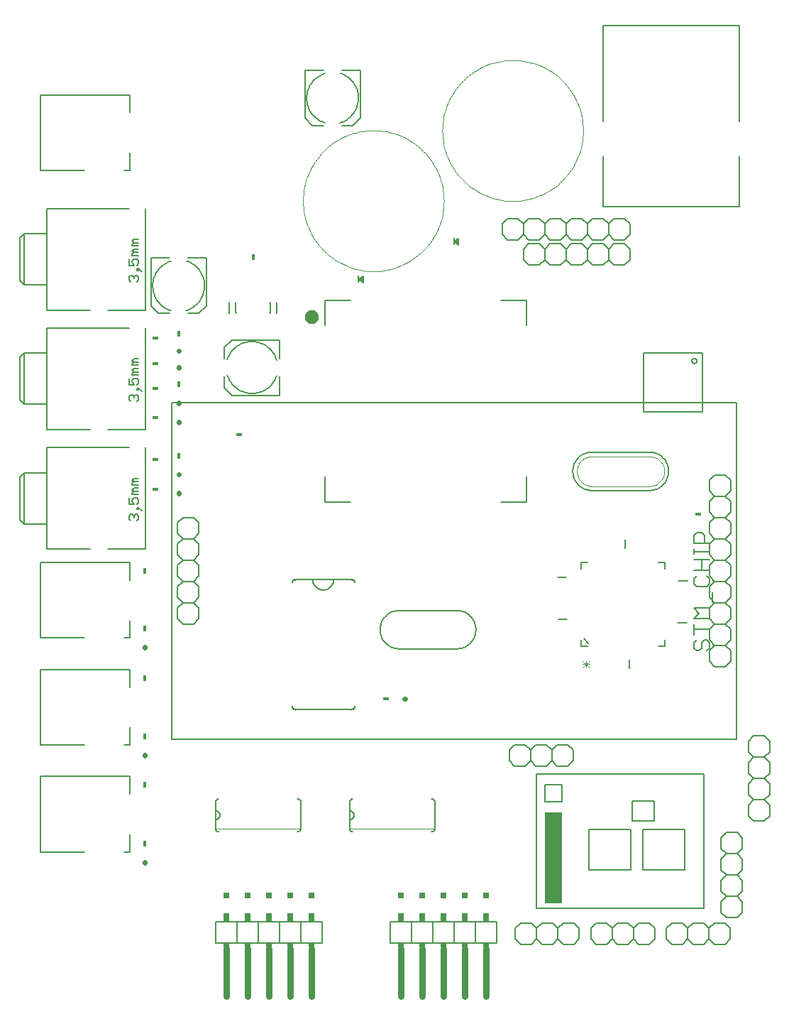
<source format=gto>
G75*
G70*
%OFA0B0*%
%FSLAX24Y24*%
%IPPOS*%
%LPD*%
%AMOC8*
5,1,8,0,0,1.08239X$1,22.5*
%
%ADD10C,0.0220*%
%ADD11C,0.0080*%
%ADD12C,0.0320*%
%ADD13C,0.0060*%
%ADD14C,0.0020*%
%ADD15C,0.0010*%
%ADD16R,0.0075X0.0350*%
%ADD17R,0.0180X0.0300*%
%ADD18R,0.0300X0.0180*%
%ADD19C,0.0030*%
%ADD20C,0.0050*%
%ADD21R,0.0787X0.4252*%
%ADD22C,0.0079*%
%ADD23C,0.0300*%
%ADD24R,0.0300X0.0200*%
%ADD25R,0.0300X0.0400*%
%ADD26R,0.0300X0.0300*%
%ADD27C,0.0039*%
D10*
X006602Y006531D02*
X006602Y006555D01*
X006602Y011551D02*
X006602Y011575D01*
X006602Y016620D02*
X006602Y016644D01*
X008177Y023854D02*
X008177Y023878D01*
X008177Y024740D02*
X008177Y024764D01*
X008177Y027201D02*
X008177Y027225D01*
X008177Y028086D02*
X008177Y028110D01*
X008177Y029760D02*
X008177Y029784D01*
X008177Y030547D02*
X008177Y030571D01*
X018795Y014220D02*
X018819Y014220D01*
D11*
X001681Y010579D02*
X001681Y007035D01*
X003768Y007035D01*
X005618Y007035D02*
X005894Y007035D01*
X005894Y007862D01*
X005894Y009752D02*
X005894Y010579D01*
X001681Y010579D01*
X001681Y012055D02*
X001681Y015598D01*
X005894Y015598D01*
X005894Y014772D01*
X005894Y012882D02*
X005894Y012055D01*
X005618Y012055D01*
X003768Y012055D02*
X001681Y012055D01*
X001681Y017075D02*
X001681Y020618D01*
X005894Y020618D01*
X005894Y019791D01*
X006607Y021251D02*
X004856Y021251D01*
X004006Y021251D02*
X001991Y021251D01*
X001991Y022430D01*
X001991Y024830D01*
X001991Y026009D01*
X005856Y026009D01*
X006606Y026009D02*
X006607Y026009D01*
X006607Y021251D01*
X005894Y017902D02*
X005894Y017075D01*
X005618Y017075D01*
X003768Y017075D02*
X001681Y017075D01*
X001991Y022430D02*
X000909Y022430D01*
X000909Y024830D01*
X000709Y024630D01*
X000709Y022630D01*
X000909Y022430D01*
X000909Y024830D02*
X001991Y024830D01*
X001991Y026861D02*
X004006Y026861D01*
X004856Y026861D02*
X006607Y026861D01*
X006607Y031619D01*
X006606Y031619D01*
X005856Y031619D02*
X001991Y031619D01*
X001991Y030440D01*
X001991Y028040D01*
X000909Y028040D01*
X000909Y030440D01*
X000709Y030240D01*
X000709Y028240D01*
X000909Y028040D01*
X001991Y028040D02*
X001991Y026861D01*
X001991Y030440D02*
X000909Y030440D01*
X001991Y032472D02*
X004006Y032472D01*
X004856Y032472D02*
X006607Y032472D01*
X006607Y037229D01*
X006606Y037229D01*
X005856Y037229D02*
X001991Y037229D01*
X001991Y036050D01*
X001991Y033650D01*
X000909Y033650D01*
X000909Y036050D01*
X000709Y035850D01*
X000709Y033850D01*
X000909Y033650D01*
X001991Y033650D02*
X001991Y032472D01*
X001991Y036050D02*
X000909Y036050D01*
X001681Y039024D02*
X001681Y042567D01*
X005894Y042567D01*
X005894Y041740D01*
X005894Y039850D02*
X005894Y039024D01*
X005618Y039024D01*
X003768Y039024D02*
X001681Y039024D01*
X006878Y034909D02*
X006878Y032665D01*
X007232Y032311D01*
X007744Y032311D01*
X008610Y032311D02*
X009122Y032311D01*
X009476Y032665D01*
X009476Y034909D01*
X008610Y034909D01*
X007744Y034909D02*
X006878Y034909D01*
X008551Y034771D02*
X008616Y034748D01*
X008679Y034722D01*
X008740Y034692D01*
X008800Y034658D01*
X008858Y034622D01*
X008914Y034582D01*
X008967Y034539D01*
X009018Y034493D01*
X009066Y034444D01*
X009111Y034393D01*
X009154Y034339D01*
X009193Y034283D01*
X009229Y034225D01*
X009262Y034164D01*
X009291Y034102D01*
X009317Y034039D01*
X009339Y033974D01*
X009358Y033908D01*
X009372Y033841D01*
X009383Y033774D01*
X009390Y033705D01*
X009394Y033637D01*
X009393Y033568D01*
X009389Y033500D01*
X009380Y033432D01*
X009368Y033365D01*
X009353Y033298D01*
X009333Y033232D01*
X009310Y033168D01*
X009283Y033105D01*
X009252Y033043D01*
X009219Y032984D01*
X009182Y032926D01*
X009141Y032871D01*
X009098Y032818D01*
X009052Y032767D01*
X009003Y032719D01*
X008951Y032674D01*
X008897Y032632D01*
X008841Y032593D01*
X008782Y032557D01*
X008722Y032525D01*
X008660Y032496D01*
X008596Y032470D01*
X008531Y032449D01*
X007803Y032449D02*
X007738Y032472D01*
X007675Y032498D01*
X007614Y032528D01*
X007554Y032562D01*
X007496Y032598D01*
X007440Y032638D01*
X007387Y032681D01*
X007336Y032727D01*
X007288Y032776D01*
X007243Y032827D01*
X007200Y032881D01*
X007161Y032937D01*
X007125Y032995D01*
X007092Y033056D01*
X007063Y033118D01*
X007037Y033181D01*
X007015Y033246D01*
X006996Y033312D01*
X006982Y033379D01*
X006971Y033446D01*
X006964Y033515D01*
X006960Y033583D01*
X006961Y033652D01*
X006965Y033720D01*
X006974Y033788D01*
X006986Y033855D01*
X007001Y033922D01*
X007021Y033988D01*
X007044Y034052D01*
X007071Y034115D01*
X007102Y034177D01*
X007135Y034236D01*
X007172Y034294D01*
X007213Y034349D01*
X007256Y034402D01*
X007302Y034453D01*
X007351Y034501D01*
X007403Y034546D01*
X007457Y034588D01*
X007513Y034627D01*
X007572Y034663D01*
X007632Y034695D01*
X007694Y034724D01*
X007758Y034750D01*
X007823Y034771D01*
X010677Y031071D02*
X010323Y030717D01*
X010323Y030205D01*
X010323Y029339D02*
X010323Y028827D01*
X010677Y028472D01*
X012921Y028472D01*
X012921Y029339D01*
X012921Y030205D02*
X012921Y031071D01*
X010677Y031071D01*
X010461Y030146D02*
X010484Y030211D01*
X010510Y030274D01*
X010540Y030335D01*
X010574Y030395D01*
X010610Y030453D01*
X010650Y030509D01*
X010693Y030562D01*
X010739Y030613D01*
X010788Y030661D01*
X010839Y030706D01*
X010893Y030749D01*
X010949Y030788D01*
X011007Y030824D01*
X011068Y030857D01*
X011130Y030886D01*
X011193Y030912D01*
X011258Y030934D01*
X011324Y030953D01*
X011391Y030967D01*
X011458Y030978D01*
X011527Y030985D01*
X011595Y030989D01*
X011664Y030988D01*
X011732Y030984D01*
X011800Y030975D01*
X011867Y030963D01*
X011934Y030948D01*
X012000Y030928D01*
X012064Y030905D01*
X012127Y030878D01*
X012189Y030847D01*
X012248Y030814D01*
X012306Y030777D01*
X012361Y030736D01*
X012414Y030693D01*
X012465Y030647D01*
X012513Y030598D01*
X012558Y030546D01*
X012600Y030492D01*
X012639Y030436D01*
X012675Y030377D01*
X012707Y030317D01*
X012736Y030255D01*
X012762Y030191D01*
X012783Y030126D01*
X012783Y029398D02*
X012760Y029333D01*
X012734Y029270D01*
X012704Y029209D01*
X012670Y029149D01*
X012634Y029091D01*
X012594Y029035D01*
X012551Y028982D01*
X012505Y028931D01*
X012456Y028883D01*
X012405Y028838D01*
X012351Y028795D01*
X012295Y028756D01*
X012237Y028720D01*
X012176Y028687D01*
X012114Y028658D01*
X012051Y028632D01*
X011986Y028610D01*
X011920Y028591D01*
X011853Y028577D01*
X011786Y028566D01*
X011717Y028559D01*
X011649Y028555D01*
X011580Y028556D01*
X011512Y028560D01*
X011444Y028569D01*
X011377Y028581D01*
X011310Y028596D01*
X011244Y028616D01*
X011180Y028639D01*
X011117Y028666D01*
X011055Y028697D01*
X010996Y028730D01*
X010938Y028767D01*
X010883Y028808D01*
X010830Y028851D01*
X010779Y028897D01*
X010731Y028946D01*
X010686Y028998D01*
X010644Y029052D01*
X010605Y029108D01*
X010569Y029167D01*
X010537Y029227D01*
X010508Y029289D01*
X010482Y029353D01*
X010461Y029418D01*
X015067Y031740D02*
X015067Y032921D01*
X016248Y032921D01*
X023335Y032921D02*
X024516Y032921D01*
X024516Y031740D01*
X028106Y037331D02*
X028106Y039681D01*
X028106Y041331D02*
X028106Y044681D01*
X028106Y045831D01*
X034535Y045831D01*
X034535Y044681D01*
X034535Y041331D01*
X034535Y039681D02*
X034535Y037331D01*
X028106Y037331D01*
X024516Y024654D02*
X024516Y023472D01*
X023335Y023472D01*
X021240Y018369D02*
X018540Y018369D01*
X018481Y018367D01*
X018423Y018361D01*
X018364Y018352D01*
X018307Y018338D01*
X018251Y018321D01*
X018196Y018300D01*
X018142Y018276D01*
X018090Y018248D01*
X018040Y018217D01*
X017992Y018183D01*
X017947Y018146D01*
X017904Y018105D01*
X017863Y018062D01*
X017826Y018017D01*
X017792Y017969D01*
X017761Y017919D01*
X017733Y017867D01*
X017709Y017813D01*
X017688Y017758D01*
X017671Y017702D01*
X017657Y017645D01*
X017648Y017586D01*
X017642Y017528D01*
X017640Y017469D01*
X017642Y017410D01*
X017648Y017352D01*
X017657Y017293D01*
X017671Y017236D01*
X017688Y017180D01*
X017709Y017125D01*
X017733Y017071D01*
X017761Y017019D01*
X017792Y016969D01*
X017826Y016921D01*
X017863Y016876D01*
X017904Y016833D01*
X017947Y016792D01*
X017992Y016755D01*
X018040Y016721D01*
X018090Y016690D01*
X018142Y016662D01*
X018196Y016638D01*
X018251Y016617D01*
X018307Y016600D01*
X018364Y016586D01*
X018423Y016577D01*
X018481Y016571D01*
X018540Y016569D01*
X021240Y016569D01*
X021299Y016571D01*
X021357Y016577D01*
X021416Y016586D01*
X021473Y016600D01*
X021529Y016617D01*
X021584Y016638D01*
X021638Y016662D01*
X021690Y016690D01*
X021740Y016721D01*
X021788Y016755D01*
X021833Y016792D01*
X021876Y016833D01*
X021917Y016876D01*
X021954Y016921D01*
X021988Y016969D01*
X022019Y017019D01*
X022047Y017071D01*
X022071Y017125D01*
X022092Y017180D01*
X022109Y017236D01*
X022123Y017293D01*
X022132Y017352D01*
X022138Y017410D01*
X022140Y017469D01*
X022138Y017528D01*
X022132Y017586D01*
X022123Y017645D01*
X022109Y017702D01*
X022092Y017758D01*
X022071Y017813D01*
X022047Y017867D01*
X022019Y017919D01*
X021988Y017969D01*
X021954Y018017D01*
X021917Y018062D01*
X021876Y018105D01*
X021833Y018146D01*
X021788Y018183D01*
X021740Y018217D01*
X021690Y018248D01*
X021638Y018276D01*
X021584Y018300D01*
X021529Y018321D01*
X021473Y018338D01*
X021416Y018352D01*
X021357Y018361D01*
X021299Y018367D01*
X021240Y018369D01*
X016248Y023472D02*
X015067Y023472D01*
X015067Y024654D01*
X014978Y041120D02*
X014467Y041120D01*
X014112Y041474D01*
X014112Y043719D01*
X014978Y043719D01*
X015844Y043719D02*
X016711Y043719D01*
X016711Y041474D01*
X016356Y041120D01*
X015844Y041120D01*
X015037Y041258D02*
X014972Y041281D01*
X014909Y041307D01*
X014848Y041337D01*
X014788Y041371D01*
X014730Y041407D01*
X014674Y041447D01*
X014621Y041490D01*
X014570Y041536D01*
X014522Y041585D01*
X014477Y041636D01*
X014434Y041690D01*
X014395Y041746D01*
X014359Y041804D01*
X014326Y041865D01*
X014297Y041927D01*
X014271Y041990D01*
X014249Y042055D01*
X014230Y042121D01*
X014216Y042188D01*
X014205Y042255D01*
X014198Y042324D01*
X014194Y042392D01*
X014195Y042461D01*
X014199Y042529D01*
X014208Y042597D01*
X014220Y042664D01*
X014235Y042731D01*
X014255Y042797D01*
X014278Y042861D01*
X014305Y042924D01*
X014336Y042986D01*
X014369Y043045D01*
X014406Y043103D01*
X014447Y043158D01*
X014490Y043211D01*
X014536Y043262D01*
X014585Y043310D01*
X014637Y043355D01*
X014691Y043397D01*
X014747Y043436D01*
X014806Y043472D01*
X014866Y043504D01*
X014928Y043533D01*
X014992Y043559D01*
X015057Y043580D01*
X015785Y043580D02*
X015850Y043557D01*
X015913Y043531D01*
X015974Y043501D01*
X016034Y043467D01*
X016092Y043431D01*
X016148Y043391D01*
X016201Y043348D01*
X016252Y043302D01*
X016300Y043253D01*
X016345Y043202D01*
X016388Y043148D01*
X016427Y043092D01*
X016463Y043034D01*
X016496Y042973D01*
X016525Y042911D01*
X016551Y042848D01*
X016573Y042783D01*
X016592Y042717D01*
X016606Y042650D01*
X016617Y042583D01*
X016624Y042514D01*
X016628Y042446D01*
X016627Y042377D01*
X016623Y042309D01*
X016614Y042241D01*
X016602Y042174D01*
X016587Y042107D01*
X016567Y042041D01*
X016544Y041977D01*
X016517Y041914D01*
X016486Y041852D01*
X016453Y041793D01*
X016416Y041735D01*
X016375Y041680D01*
X016332Y041627D01*
X016286Y041576D01*
X016237Y041528D01*
X016185Y041483D01*
X016131Y041441D01*
X016075Y041402D01*
X016016Y041366D01*
X015956Y041334D01*
X015894Y041305D01*
X015830Y041279D01*
X015765Y041258D01*
X032506Y022007D02*
X032753Y022007D01*
X032876Y021884D01*
X032876Y021513D01*
X033123Y021513D02*
X032383Y021513D01*
X032383Y021884D01*
X032506Y022007D01*
X032383Y021257D02*
X032383Y021010D01*
X032383Y021133D02*
X033123Y021133D01*
X033123Y021010D02*
X033123Y021257D01*
X033123Y020749D02*
X032383Y020749D01*
X032753Y020749D02*
X032753Y020255D01*
X033000Y019994D02*
X033123Y019870D01*
X033123Y019623D01*
X033000Y019500D01*
X032506Y019500D01*
X032383Y019623D01*
X032383Y019870D01*
X032506Y019994D01*
X032383Y020255D02*
X033123Y020255D01*
X033247Y019238D02*
X033247Y018745D01*
X033123Y018483D02*
X032383Y018483D01*
X032630Y018237D01*
X032383Y017990D01*
X033123Y017990D01*
X033123Y017482D02*
X032383Y017482D01*
X032383Y017728D02*
X032383Y017235D01*
X032506Y016973D02*
X032383Y016850D01*
X032383Y016603D01*
X032506Y016480D01*
X032630Y016480D01*
X032753Y016603D01*
X032753Y016850D01*
X032876Y016973D01*
X033000Y016973D01*
X033123Y016850D01*
X033123Y016603D01*
X033000Y016480D01*
D12*
X014280Y032134D02*
X014282Y032159D01*
X014288Y032183D01*
X014297Y032205D01*
X014310Y032226D01*
X014326Y032245D01*
X014345Y032261D01*
X014366Y032274D01*
X014388Y032283D01*
X014412Y032289D01*
X014437Y032291D01*
X014462Y032289D01*
X014486Y032283D01*
X014508Y032274D01*
X014529Y032261D01*
X014548Y032245D01*
X014564Y032226D01*
X014577Y032205D01*
X014586Y032183D01*
X014592Y032159D01*
X014594Y032134D01*
X014592Y032109D01*
X014586Y032085D01*
X014577Y032063D01*
X014564Y032042D01*
X014548Y032023D01*
X014529Y032007D01*
X014508Y031994D01*
X014486Y031985D01*
X014462Y031979D01*
X014437Y031977D01*
X014412Y031979D01*
X014388Y031985D01*
X014366Y031994D01*
X014345Y032007D01*
X014326Y032023D01*
X014310Y032042D01*
X014297Y032063D01*
X014288Y032085D01*
X014282Y032109D01*
X014280Y032134D01*
D13*
X016640Y033906D02*
X016840Y034056D01*
X016840Y033756D01*
X016640Y033906D01*
X016659Y033920D02*
X016840Y033920D01*
X016840Y033978D02*
X016737Y033978D01*
X016815Y034037D02*
X016840Y034037D01*
X016840Y033861D02*
X016699Y033861D01*
X016777Y033803D02*
X016840Y033803D01*
X021119Y035677D02*
X021319Y035827D01*
X021319Y035527D01*
X021119Y035677D01*
X021122Y035675D02*
X021319Y035675D01*
X021319Y035733D02*
X021193Y035733D01*
X021271Y035792D02*
X021319Y035792D01*
X021319Y035616D02*
X021200Y035616D01*
X021278Y035558D02*
X021319Y035558D01*
X023386Y036018D02*
X023386Y036518D01*
X023636Y036768D01*
X024136Y036768D01*
X024386Y036518D01*
X024636Y036768D01*
X025136Y036768D01*
X025386Y036518D01*
X025636Y036768D01*
X026136Y036768D01*
X026386Y036518D01*
X026636Y036768D01*
X027136Y036768D01*
X027386Y036518D01*
X027636Y036768D01*
X028136Y036768D01*
X028386Y036518D01*
X028636Y036768D01*
X029136Y036768D01*
X029386Y036518D01*
X029386Y036018D01*
X029136Y035768D01*
X028636Y035768D01*
X028386Y036018D01*
X028136Y035768D01*
X027636Y035768D01*
X027386Y036018D01*
X027386Y036518D01*
X027386Y036018D02*
X027136Y035768D01*
X026636Y035768D01*
X026386Y036018D01*
X026136Y035768D01*
X025636Y035768D01*
X025386Y036018D01*
X025136Y035768D01*
X024636Y035768D01*
X024386Y036018D01*
X024136Y035768D01*
X023636Y035768D01*
X023386Y036018D01*
X024386Y036018D02*
X024386Y036518D01*
X024628Y035587D02*
X025128Y035587D01*
X025378Y035337D01*
X025378Y034837D01*
X025128Y034587D01*
X024628Y034587D01*
X024378Y034837D01*
X024378Y035337D01*
X024628Y035587D01*
X025378Y035337D02*
X025628Y035587D01*
X026128Y035587D01*
X026378Y035337D01*
X026628Y035587D01*
X027128Y035587D01*
X027378Y035337D01*
X027378Y034837D01*
X027128Y034587D01*
X026628Y034587D01*
X026378Y034837D01*
X026128Y034587D01*
X025628Y034587D01*
X025378Y034837D01*
X026378Y034837D02*
X026378Y035337D01*
X026386Y036018D02*
X026386Y036518D01*
X025386Y036518D02*
X025386Y036018D01*
X027378Y035337D02*
X027628Y035587D01*
X028128Y035587D01*
X028378Y035337D01*
X028628Y035587D01*
X029128Y035587D01*
X029378Y035337D01*
X029378Y034837D01*
X029128Y034587D01*
X028628Y034587D01*
X028378Y034837D01*
X028128Y034587D01*
X027628Y034587D01*
X027378Y034837D01*
X028378Y034837D02*
X028378Y035337D01*
X028386Y036018D02*
X028386Y036518D01*
X027595Y025800D02*
X030295Y025800D01*
X030354Y025798D01*
X030412Y025792D01*
X030471Y025783D01*
X030528Y025769D01*
X030584Y025752D01*
X030639Y025731D01*
X030693Y025707D01*
X030745Y025679D01*
X030795Y025648D01*
X030843Y025614D01*
X030888Y025577D01*
X030931Y025536D01*
X030972Y025493D01*
X031009Y025448D01*
X031043Y025400D01*
X031074Y025350D01*
X031102Y025298D01*
X031126Y025244D01*
X031147Y025189D01*
X031164Y025133D01*
X031178Y025076D01*
X031187Y025017D01*
X031193Y024959D01*
X031195Y024900D01*
X031193Y024841D01*
X031187Y024783D01*
X031178Y024724D01*
X031164Y024667D01*
X031147Y024611D01*
X031126Y024556D01*
X031102Y024502D01*
X031074Y024450D01*
X031043Y024400D01*
X031009Y024352D01*
X030972Y024307D01*
X030931Y024264D01*
X030888Y024223D01*
X030843Y024186D01*
X030795Y024152D01*
X030745Y024121D01*
X030693Y024093D01*
X030639Y024069D01*
X030584Y024048D01*
X030528Y024031D01*
X030471Y024017D01*
X030412Y024008D01*
X030354Y024002D01*
X030295Y024000D01*
X027595Y024000D01*
X027536Y024002D01*
X027478Y024008D01*
X027419Y024017D01*
X027362Y024031D01*
X027306Y024048D01*
X027251Y024069D01*
X027197Y024093D01*
X027145Y024121D01*
X027095Y024152D01*
X027047Y024186D01*
X027002Y024223D01*
X026959Y024264D01*
X026918Y024307D01*
X026881Y024352D01*
X026847Y024400D01*
X026816Y024450D01*
X026788Y024502D01*
X026764Y024556D01*
X026743Y024611D01*
X026726Y024667D01*
X026712Y024724D01*
X026703Y024783D01*
X026697Y024841D01*
X026695Y024900D01*
X026697Y024959D01*
X026703Y025017D01*
X026712Y025076D01*
X026726Y025133D01*
X026743Y025189D01*
X026764Y025244D01*
X026788Y025298D01*
X026816Y025350D01*
X026847Y025400D01*
X026881Y025448D01*
X026918Y025493D01*
X026959Y025536D01*
X027002Y025577D01*
X027047Y025614D01*
X027095Y025648D01*
X027145Y025679D01*
X027197Y025707D01*
X027251Y025731D01*
X027306Y025752D01*
X027362Y025769D01*
X027419Y025783D01*
X027478Y025792D01*
X027536Y025798D01*
X027595Y025800D01*
X029143Y021690D02*
X029143Y021280D01*
X030703Y020620D02*
X031013Y020620D01*
X031013Y020310D01*
X031663Y019750D02*
X032073Y019750D01*
X033110Y019974D02*
X033360Y019724D01*
X033110Y019474D01*
X033110Y018974D01*
X033360Y018724D01*
X033110Y018474D01*
X033110Y017974D01*
X033360Y017724D01*
X033110Y017474D01*
X033110Y016974D01*
X033360Y016724D01*
X033110Y016474D01*
X033110Y015974D01*
X033360Y015724D01*
X033860Y015724D01*
X034110Y015974D01*
X034110Y016474D01*
X033860Y016724D01*
X033360Y016724D01*
X033860Y016724D02*
X034110Y016974D01*
X034110Y017474D01*
X033860Y017724D01*
X033360Y017724D01*
X033860Y017724D02*
X034110Y017974D01*
X034110Y018474D01*
X033860Y018724D01*
X033360Y018724D01*
X033860Y018724D02*
X034110Y018974D01*
X034110Y019474D01*
X033860Y019724D01*
X033360Y019724D01*
X033110Y019974D02*
X033110Y020474D01*
X033360Y020724D01*
X033860Y020724D01*
X034110Y020474D01*
X034110Y019974D01*
X033860Y019724D01*
X033860Y020724D02*
X034110Y020974D01*
X034110Y021474D01*
X033860Y021724D01*
X033360Y021724D01*
X033110Y021474D01*
X033110Y020974D01*
X033360Y020724D01*
X033360Y021724D02*
X033110Y021974D01*
X033110Y022474D01*
X033360Y022724D01*
X033860Y022724D01*
X034110Y022474D01*
X034110Y021974D01*
X033860Y021724D01*
X033860Y022724D02*
X034110Y022974D01*
X034110Y023474D01*
X033860Y023724D01*
X033360Y023724D01*
X033110Y023474D01*
X033110Y022974D01*
X033360Y022724D01*
X033360Y023724D02*
X033110Y023974D01*
X033110Y024474D01*
X033360Y024724D01*
X033860Y024724D01*
X034110Y024474D01*
X034110Y023974D01*
X033860Y023724D01*
X032043Y017780D02*
X031633Y017780D01*
X031013Y016990D02*
X031013Y016680D01*
X030703Y016680D01*
X029353Y016040D02*
X029343Y015640D01*
X027433Y016820D02*
X027213Y017040D01*
X027073Y016990D02*
X027073Y016680D01*
X027383Y016680D01*
X026403Y017970D02*
X026003Y017970D01*
X025983Y019930D02*
X026383Y019930D01*
X027073Y020310D02*
X027073Y020620D01*
X027383Y020620D01*
X026455Y012063D02*
X025955Y012063D01*
X025705Y011813D01*
X025455Y012063D01*
X024955Y012063D01*
X024705Y011813D01*
X024455Y012063D01*
X023955Y012063D01*
X023705Y011813D01*
X023705Y011313D01*
X023955Y011063D01*
X024455Y011063D01*
X024705Y011313D01*
X024705Y011813D01*
X024705Y011313D02*
X024955Y011063D01*
X025455Y011063D01*
X025705Y011313D01*
X025705Y011813D01*
X025705Y011313D02*
X025955Y011063D01*
X026455Y011063D01*
X026705Y011313D01*
X026705Y011813D01*
X026455Y012063D01*
X020217Y009378D02*
X020217Y008138D01*
X020215Y008115D01*
X020210Y008092D01*
X020201Y008070D01*
X020188Y008050D01*
X020173Y008032D01*
X020155Y008017D01*
X020135Y008004D01*
X020113Y007995D01*
X020090Y007990D01*
X020067Y007988D01*
X020217Y009378D02*
X020215Y009401D01*
X020210Y009424D01*
X020201Y009446D01*
X020188Y009466D01*
X020173Y009484D01*
X020155Y009499D01*
X020135Y009512D01*
X020113Y009521D01*
X020090Y009526D01*
X020067Y009528D01*
X016367Y009528D02*
X016344Y009526D01*
X016321Y009521D01*
X016299Y009512D01*
X016279Y009499D01*
X016261Y009484D01*
X016246Y009466D01*
X016233Y009446D01*
X016224Y009424D01*
X016219Y009401D01*
X016217Y009378D01*
X016217Y008958D01*
X016217Y008558D01*
X016217Y008138D01*
X016219Y008115D01*
X016224Y008092D01*
X016233Y008070D01*
X016246Y008050D01*
X016261Y008032D01*
X016279Y008017D01*
X016299Y008004D01*
X016321Y007995D01*
X016344Y007990D01*
X016367Y007988D01*
X016217Y008558D02*
X016244Y008560D01*
X016271Y008565D01*
X016297Y008575D01*
X016321Y008587D01*
X016343Y008603D01*
X016363Y008621D01*
X016380Y008643D01*
X016395Y008666D01*
X016405Y008691D01*
X016413Y008717D01*
X016417Y008744D01*
X016417Y008772D01*
X016413Y008799D01*
X016405Y008825D01*
X016395Y008850D01*
X016380Y008873D01*
X016363Y008895D01*
X016343Y008913D01*
X016321Y008929D01*
X016297Y008941D01*
X016271Y008951D01*
X016244Y008956D01*
X016217Y008958D01*
X013917Y009378D02*
X013917Y008138D01*
X013915Y008115D01*
X013910Y008092D01*
X013901Y008070D01*
X013888Y008050D01*
X013873Y008032D01*
X013855Y008017D01*
X013835Y008004D01*
X013813Y007995D01*
X013790Y007990D01*
X013767Y007988D01*
X013917Y009378D02*
X013915Y009401D01*
X013910Y009424D01*
X013901Y009446D01*
X013888Y009466D01*
X013873Y009484D01*
X013855Y009499D01*
X013835Y009512D01*
X013813Y009521D01*
X013790Y009526D01*
X013767Y009528D01*
X013649Y013730D02*
X016289Y013730D01*
X016289Y019830D02*
X013649Y019830D01*
X014469Y019830D02*
X014471Y019786D01*
X014477Y019743D01*
X014486Y019701D01*
X014499Y019659D01*
X014516Y019619D01*
X014536Y019580D01*
X014559Y019543D01*
X014586Y019509D01*
X014615Y019476D01*
X014648Y019447D01*
X014682Y019420D01*
X014719Y019397D01*
X014758Y019377D01*
X014798Y019360D01*
X014840Y019347D01*
X014882Y019338D01*
X014925Y019332D01*
X014969Y019330D01*
X015013Y019332D01*
X015056Y019338D01*
X015098Y019347D01*
X015140Y019360D01*
X015180Y019377D01*
X015219Y019397D01*
X015256Y019420D01*
X015290Y019447D01*
X015323Y019476D01*
X015352Y019509D01*
X015379Y019543D01*
X015402Y019580D01*
X015422Y019619D01*
X015439Y019659D01*
X015452Y019701D01*
X015461Y019743D01*
X015467Y019786D01*
X015469Y019830D01*
X009126Y019974D02*
X008876Y019724D01*
X008376Y019724D01*
X008126Y019974D01*
X008126Y020474D01*
X008376Y020724D01*
X008126Y020974D01*
X008126Y021474D01*
X008376Y021724D01*
X008126Y021974D01*
X008126Y022474D01*
X008376Y022724D01*
X008876Y022724D01*
X009126Y022474D01*
X009126Y021974D01*
X008876Y021724D01*
X008376Y021724D01*
X008876Y021724D02*
X009126Y021474D01*
X009126Y020974D01*
X008876Y020724D01*
X009126Y020474D01*
X009126Y019974D01*
X008876Y019724D02*
X009126Y019474D01*
X009126Y018974D01*
X008876Y018724D01*
X009126Y018474D01*
X009126Y017974D01*
X008876Y017724D01*
X008376Y017724D01*
X008126Y017974D01*
X008126Y018474D01*
X008376Y018724D01*
X008126Y018974D01*
X008126Y019474D01*
X008376Y019724D01*
X008376Y018724D02*
X008876Y018724D01*
X008876Y020724D02*
X008376Y020724D01*
X009917Y009378D02*
X009917Y008958D01*
X009917Y008558D01*
X009917Y008138D01*
X009919Y008115D01*
X009924Y008092D01*
X009933Y008070D01*
X009946Y008050D01*
X009961Y008032D01*
X009979Y008017D01*
X009999Y008004D01*
X010021Y007995D01*
X010044Y007990D01*
X010067Y007988D01*
X009917Y008558D02*
X009944Y008560D01*
X009971Y008565D01*
X009997Y008575D01*
X010021Y008587D01*
X010043Y008603D01*
X010063Y008621D01*
X010080Y008643D01*
X010095Y008666D01*
X010105Y008691D01*
X010113Y008717D01*
X010117Y008744D01*
X010117Y008772D01*
X010113Y008799D01*
X010105Y008825D01*
X010095Y008850D01*
X010080Y008873D01*
X010063Y008895D01*
X010043Y008913D01*
X010021Y008929D01*
X009997Y008941D01*
X009971Y008951D01*
X009944Y008956D01*
X009917Y008958D01*
X009917Y009378D02*
X009919Y009401D01*
X009924Y009424D01*
X009933Y009446D01*
X009946Y009466D01*
X009961Y009484D01*
X009979Y009499D01*
X009999Y009512D01*
X010021Y009521D01*
X010044Y009526D01*
X010067Y009528D01*
X009909Y003750D02*
X009909Y002750D01*
X010909Y002750D01*
X011909Y002750D01*
X012909Y002750D01*
X013909Y002750D01*
X014909Y002750D01*
X014909Y003750D01*
X013909Y003750D01*
X012909Y003750D01*
X011909Y003750D01*
X010909Y003750D01*
X009909Y003750D01*
X010909Y003750D02*
X010909Y002750D01*
X011909Y002750D02*
X011909Y003750D01*
X012909Y003750D02*
X012909Y002750D01*
X013909Y002750D02*
X013909Y003750D01*
X018128Y003750D02*
X018128Y002750D01*
X019128Y002750D01*
X020128Y002750D01*
X021128Y002750D01*
X022128Y002750D01*
X023128Y002750D01*
X023128Y003750D01*
X022128Y003750D01*
X021128Y003750D01*
X020128Y003750D01*
X019128Y003750D01*
X018128Y003750D01*
X019128Y003750D02*
X019128Y002750D01*
X020128Y002750D02*
X020128Y003750D01*
X021128Y003750D02*
X021128Y002750D01*
X022128Y002750D02*
X022128Y003750D01*
X024000Y003447D02*
X024000Y002947D01*
X024250Y002697D01*
X024750Y002697D01*
X025000Y002947D01*
X025250Y002697D01*
X025750Y002697D01*
X026000Y002947D01*
X026250Y002697D01*
X026750Y002697D01*
X027000Y002947D01*
X027000Y003447D01*
X026750Y003697D01*
X026250Y003697D01*
X026000Y003447D01*
X026000Y002947D01*
X026000Y003447D02*
X025750Y003697D01*
X025250Y003697D01*
X025000Y003447D01*
X025000Y002947D01*
X025000Y003447D02*
X024750Y003697D01*
X024250Y003697D01*
X024000Y003447D01*
X027543Y003447D02*
X027543Y002947D01*
X027793Y002697D01*
X028293Y002697D01*
X028543Y002947D01*
X028793Y002697D01*
X029293Y002697D01*
X029543Y002947D01*
X029793Y002697D01*
X030293Y002697D01*
X030543Y002947D01*
X030543Y003447D01*
X030293Y003697D01*
X029793Y003697D01*
X029543Y003447D01*
X029543Y002947D01*
X029543Y003447D02*
X029293Y003697D01*
X028793Y003697D01*
X028543Y003447D01*
X028543Y002947D01*
X028543Y003447D02*
X028293Y003697D01*
X027793Y003697D01*
X027543Y003447D01*
X031087Y003447D02*
X031087Y002947D01*
X031337Y002697D01*
X031837Y002697D01*
X032087Y002947D01*
X032337Y002697D01*
X032837Y002697D01*
X033087Y002947D01*
X033337Y002697D01*
X033837Y002697D01*
X034087Y002947D01*
X034087Y003447D01*
X033837Y003697D01*
X033337Y003697D01*
X033087Y003447D01*
X033087Y002947D01*
X033087Y003447D02*
X032837Y003697D01*
X032337Y003697D01*
X032087Y003447D01*
X032087Y002947D01*
X032087Y003447D02*
X031837Y003697D01*
X031337Y003697D01*
X031087Y003447D01*
X033661Y004203D02*
X033911Y003953D01*
X034411Y003953D01*
X034661Y004203D01*
X034661Y004703D01*
X034411Y004953D01*
X034661Y005203D01*
X034661Y005703D01*
X034411Y005953D01*
X033911Y005953D01*
X033661Y005703D01*
X033661Y005203D01*
X033911Y004953D01*
X034411Y004953D01*
X033911Y004953D02*
X033661Y004703D01*
X033661Y004203D01*
X033911Y005953D02*
X033661Y006203D01*
X033661Y006703D01*
X033911Y006953D01*
X033661Y007203D01*
X033661Y007703D01*
X033911Y007953D01*
X034411Y007953D01*
X034661Y007703D01*
X034661Y007203D01*
X034411Y006953D01*
X034661Y006703D01*
X034661Y006203D01*
X034411Y005953D01*
X034411Y006953D02*
X033911Y006953D01*
X035191Y008480D02*
X034941Y008730D01*
X034941Y009230D01*
X035191Y009480D01*
X034941Y009730D01*
X034941Y010230D01*
X035191Y010480D01*
X035691Y010480D01*
X035941Y010230D01*
X035941Y009730D01*
X035691Y009480D01*
X035941Y009230D01*
X035941Y008730D01*
X035691Y008480D01*
X035191Y008480D01*
X035191Y009480D02*
X035691Y009480D01*
X035691Y010480D02*
X035941Y010730D01*
X035941Y011230D01*
X035691Y011480D01*
X035941Y011730D01*
X035941Y012230D01*
X035691Y012480D01*
X035191Y012480D01*
X034941Y012230D01*
X034941Y011730D01*
X035191Y011480D01*
X035691Y011480D01*
X035191Y011480D02*
X034941Y011230D01*
X034941Y010730D01*
X035191Y010480D01*
D14*
X030295Y024200D02*
X027595Y024200D01*
X027544Y024202D01*
X027493Y024207D01*
X027443Y024217D01*
X027393Y024230D01*
X027345Y024246D01*
X027298Y024266D01*
X027252Y024290D01*
X027209Y024316D01*
X027167Y024346D01*
X027128Y024379D01*
X027091Y024414D01*
X027057Y024452D01*
X027026Y024493D01*
X026997Y024535D01*
X026972Y024580D01*
X026951Y024626D01*
X026932Y024674D01*
X026918Y024723D01*
X026907Y024773D01*
X026899Y024823D01*
X026895Y024874D01*
X026895Y024926D01*
X026899Y024977D01*
X026907Y025027D01*
X026918Y025077D01*
X026932Y025126D01*
X026951Y025174D01*
X026972Y025220D01*
X026997Y025265D01*
X027026Y025307D01*
X027057Y025348D01*
X027091Y025386D01*
X027128Y025421D01*
X027167Y025454D01*
X027209Y025484D01*
X027252Y025510D01*
X027298Y025534D01*
X027345Y025554D01*
X027393Y025570D01*
X027443Y025583D01*
X027493Y025593D01*
X027544Y025598D01*
X027595Y025600D01*
X030295Y025600D01*
X030346Y025598D01*
X030397Y025593D01*
X030447Y025583D01*
X030497Y025570D01*
X030545Y025554D01*
X030592Y025534D01*
X030638Y025510D01*
X030681Y025484D01*
X030723Y025454D01*
X030762Y025421D01*
X030799Y025386D01*
X030833Y025348D01*
X030864Y025307D01*
X030893Y025265D01*
X030918Y025220D01*
X030939Y025174D01*
X030958Y025126D01*
X030972Y025077D01*
X030983Y025027D01*
X030991Y024977D01*
X030995Y024926D01*
X030995Y024874D01*
X030991Y024823D01*
X030983Y024773D01*
X030972Y024723D01*
X030958Y024674D01*
X030939Y024626D01*
X030918Y024580D01*
X030893Y024535D01*
X030864Y024493D01*
X030833Y024452D01*
X030799Y024414D01*
X030762Y024379D01*
X030723Y024346D01*
X030681Y024316D01*
X030638Y024290D01*
X030592Y024266D01*
X030545Y024246D01*
X030497Y024230D01*
X030447Y024217D01*
X030397Y024207D01*
X030346Y024202D01*
X030295Y024200D01*
X020217Y008128D02*
X016217Y008128D01*
X013917Y008128D02*
X009917Y008128D01*
D15*
X013475Y013876D02*
X013525Y013876D01*
X013524Y013875D02*
X013527Y013854D01*
X013533Y013835D01*
X013542Y013816D01*
X013554Y013799D01*
X013568Y013785D01*
X013585Y013773D01*
X013604Y013764D01*
X013623Y013758D01*
X013644Y013755D01*
X013645Y013706D01*
X013644Y013705D01*
X013620Y013707D01*
X013597Y013713D01*
X013574Y013722D01*
X013553Y013734D01*
X013534Y013748D01*
X013517Y013765D01*
X013503Y013784D01*
X013491Y013805D01*
X013482Y013828D01*
X013476Y013851D01*
X013474Y013875D01*
X013483Y013875D01*
X013486Y013850D01*
X013492Y013826D01*
X013502Y013803D01*
X013515Y013782D01*
X013532Y013763D01*
X013551Y013746D01*
X013572Y013733D01*
X013595Y013723D01*
X013619Y013717D01*
X013644Y013714D01*
X013644Y013723D01*
X013620Y013726D01*
X013598Y013732D01*
X013576Y013741D01*
X013556Y013754D01*
X013538Y013769D01*
X013523Y013787D01*
X013510Y013807D01*
X013501Y013829D01*
X013495Y013851D01*
X013492Y013875D01*
X013501Y013875D01*
X013504Y013853D01*
X013509Y013831D01*
X013518Y013811D01*
X013530Y013792D01*
X013544Y013775D01*
X013561Y013761D01*
X013580Y013749D01*
X013600Y013740D01*
X013622Y013735D01*
X013644Y013732D01*
X013644Y013741D01*
X013623Y013743D01*
X013603Y013749D01*
X013584Y013757D01*
X013566Y013768D01*
X013551Y013782D01*
X013537Y013797D01*
X013526Y013815D01*
X013518Y013834D01*
X013512Y013854D01*
X013510Y013875D01*
X013519Y013875D01*
X013522Y013854D01*
X013528Y013833D01*
X013537Y013814D01*
X013550Y013796D01*
X013565Y013781D01*
X013583Y013768D01*
X013602Y013759D01*
X013623Y013753D01*
X013644Y013750D01*
X016293Y013706D02*
X016293Y013756D01*
X016294Y013755D02*
X016315Y013758D01*
X016334Y013764D01*
X016353Y013773D01*
X016370Y013785D01*
X016384Y013799D01*
X016396Y013816D01*
X016405Y013835D01*
X016411Y013854D01*
X016414Y013875D01*
X016463Y013876D01*
X016464Y013875D01*
X016462Y013851D01*
X016456Y013828D01*
X016447Y013805D01*
X016435Y013784D01*
X016421Y013765D01*
X016404Y013748D01*
X016385Y013734D01*
X016364Y013722D01*
X016341Y013713D01*
X016318Y013707D01*
X016294Y013705D01*
X016294Y013714D01*
X016319Y013717D01*
X016343Y013723D01*
X016366Y013733D01*
X016387Y013746D01*
X016406Y013763D01*
X016423Y013782D01*
X016436Y013803D01*
X016446Y013826D01*
X016452Y013850D01*
X016455Y013875D01*
X016446Y013875D01*
X016443Y013851D01*
X016437Y013829D01*
X016428Y013807D01*
X016415Y013787D01*
X016400Y013769D01*
X016382Y013754D01*
X016362Y013741D01*
X016340Y013732D01*
X016318Y013726D01*
X016294Y013723D01*
X016294Y013732D01*
X016316Y013735D01*
X016338Y013740D01*
X016358Y013749D01*
X016377Y013761D01*
X016394Y013775D01*
X016408Y013792D01*
X016420Y013811D01*
X016429Y013831D01*
X016434Y013853D01*
X016437Y013875D01*
X016428Y013875D01*
X016426Y013854D01*
X016420Y013834D01*
X016412Y013815D01*
X016401Y013797D01*
X016387Y013782D01*
X016372Y013768D01*
X016354Y013757D01*
X016335Y013749D01*
X016315Y013743D01*
X016294Y013741D01*
X016294Y013750D01*
X016315Y013753D01*
X016336Y013759D01*
X016355Y013768D01*
X016373Y013781D01*
X016388Y013796D01*
X016401Y013814D01*
X016410Y013833D01*
X016416Y013854D01*
X016419Y013875D01*
X016463Y019684D02*
X016413Y019684D01*
X016414Y019685D02*
X016411Y019706D01*
X016405Y019725D01*
X016396Y019744D01*
X016384Y019761D01*
X016370Y019775D01*
X016353Y019787D01*
X016334Y019796D01*
X016315Y019802D01*
X016294Y019805D01*
X016293Y019854D01*
X016294Y019855D01*
X016318Y019853D01*
X016341Y019847D01*
X016364Y019838D01*
X016385Y019826D01*
X016404Y019812D01*
X016421Y019795D01*
X016435Y019776D01*
X016447Y019755D01*
X016456Y019732D01*
X016462Y019709D01*
X016464Y019685D01*
X016455Y019685D01*
X016452Y019710D01*
X016446Y019734D01*
X016436Y019757D01*
X016423Y019778D01*
X016406Y019797D01*
X016387Y019814D01*
X016366Y019827D01*
X016343Y019837D01*
X016319Y019843D01*
X016294Y019846D01*
X016294Y019837D01*
X016318Y019834D01*
X016340Y019828D01*
X016362Y019819D01*
X016382Y019806D01*
X016400Y019791D01*
X016415Y019773D01*
X016428Y019753D01*
X016437Y019731D01*
X016443Y019709D01*
X016446Y019685D01*
X016437Y019685D01*
X016434Y019707D01*
X016429Y019729D01*
X016420Y019749D01*
X016408Y019768D01*
X016394Y019785D01*
X016377Y019799D01*
X016358Y019811D01*
X016338Y019820D01*
X016316Y019825D01*
X016294Y019828D01*
X016294Y019819D01*
X016315Y019817D01*
X016335Y019811D01*
X016354Y019803D01*
X016372Y019792D01*
X016387Y019778D01*
X016401Y019763D01*
X016412Y019745D01*
X016420Y019726D01*
X016426Y019706D01*
X016428Y019685D01*
X016419Y019685D01*
X016416Y019706D01*
X016410Y019727D01*
X016401Y019746D01*
X016388Y019764D01*
X016373Y019779D01*
X016355Y019792D01*
X016336Y019801D01*
X016315Y019807D01*
X016294Y019810D01*
X013645Y019854D02*
X013645Y019804D01*
X013644Y019805D02*
X013623Y019802D01*
X013604Y019796D01*
X013585Y019787D01*
X013568Y019775D01*
X013554Y019761D01*
X013542Y019744D01*
X013533Y019725D01*
X013527Y019706D01*
X013524Y019685D01*
X013475Y019684D01*
X013474Y019685D01*
X013476Y019709D01*
X013482Y019732D01*
X013491Y019755D01*
X013503Y019776D01*
X013517Y019795D01*
X013534Y019812D01*
X013553Y019826D01*
X013574Y019838D01*
X013597Y019847D01*
X013620Y019853D01*
X013644Y019855D01*
X013644Y019846D01*
X013619Y019843D01*
X013595Y019837D01*
X013572Y019827D01*
X013551Y019814D01*
X013532Y019797D01*
X013515Y019778D01*
X013502Y019757D01*
X013492Y019734D01*
X013486Y019710D01*
X013483Y019685D01*
X013492Y019685D01*
X013495Y019709D01*
X013501Y019731D01*
X013510Y019753D01*
X013523Y019773D01*
X013538Y019791D01*
X013556Y019806D01*
X013576Y019819D01*
X013598Y019828D01*
X013620Y019834D01*
X013644Y019837D01*
X013644Y019828D01*
X013622Y019825D01*
X013600Y019820D01*
X013580Y019811D01*
X013561Y019799D01*
X013544Y019785D01*
X013530Y019768D01*
X013518Y019749D01*
X013509Y019729D01*
X013504Y019707D01*
X013501Y019685D01*
X013510Y019685D01*
X013512Y019706D01*
X013518Y019726D01*
X013526Y019745D01*
X013537Y019763D01*
X013551Y019778D01*
X013566Y019792D01*
X013584Y019803D01*
X013603Y019811D01*
X013623Y019817D01*
X013644Y019819D01*
X013644Y019810D01*
X013623Y019807D01*
X013602Y019801D01*
X013583Y019792D01*
X013565Y019779D01*
X013550Y019764D01*
X013537Y019746D01*
X013528Y019727D01*
X013522Y019706D01*
X013519Y019685D01*
D16*
X016628Y033906D03*
X021106Y035677D03*
D17*
X011671Y034939D03*
X008177Y031346D03*
X008177Y028984D03*
X008177Y025638D03*
X006602Y020224D03*
X006602Y017518D03*
X006602Y015205D03*
X006602Y012449D03*
X006602Y010185D03*
X006602Y007429D03*
D18*
X017921Y014220D03*
X011031Y026622D03*
X007094Y027409D03*
X007094Y028787D03*
X007094Y029969D03*
X007094Y031150D03*
X007094Y025441D03*
X007094Y024063D03*
X032587Y022882D03*
D19*
X027480Y015998D02*
X027166Y015685D01*
X027480Y015998D01*
X027480Y015841D02*
X027166Y015841D01*
X027480Y015841D01*
X027480Y015685D02*
X027166Y015998D01*
X027480Y015685D01*
X027323Y015685D02*
X027323Y015998D01*
X027323Y015685D01*
D20*
X024972Y010685D02*
X032846Y010685D01*
X032846Y004386D01*
X024972Y004386D01*
X024972Y010685D01*
X025402Y010185D02*
X026189Y010185D01*
X026189Y009398D01*
X025402Y009398D01*
X025402Y010185D01*
X027453Y008087D02*
X029421Y008087D01*
X029421Y006197D01*
X027453Y006197D01*
X027453Y008087D01*
X029500Y008480D02*
X030524Y008480D01*
X030524Y009425D01*
X029500Y009425D01*
X029500Y008480D01*
X029972Y008087D02*
X031941Y008087D01*
X031941Y006197D01*
X029972Y006197D01*
X029972Y008087D01*
X034398Y012331D02*
X007839Y012331D01*
X007839Y028118D01*
X034398Y028118D01*
X034398Y012331D01*
X032783Y027705D02*
X030028Y027705D01*
X030028Y030461D01*
X032783Y030461D01*
X032783Y027705D01*
X032288Y030083D02*
X032290Y030104D01*
X032296Y030124D01*
X032305Y030144D01*
X032317Y030161D01*
X032332Y030175D01*
X032350Y030187D01*
X032370Y030195D01*
X032390Y030200D01*
X032411Y030201D01*
X032432Y030198D01*
X032452Y030192D01*
X032471Y030181D01*
X032488Y030168D01*
X032501Y030152D01*
X032512Y030134D01*
X032520Y030114D01*
X032524Y030094D01*
X032524Y030072D01*
X032520Y030052D01*
X032512Y030032D01*
X032501Y030014D01*
X032488Y029998D01*
X032471Y029985D01*
X032452Y029974D01*
X032432Y029968D01*
X032411Y029965D01*
X032390Y029966D01*
X032370Y029971D01*
X032350Y029979D01*
X032332Y029991D01*
X032317Y030005D01*
X032305Y030022D01*
X032296Y030042D01*
X032290Y030062D01*
X032288Y030083D01*
X006448Y028650D02*
X006298Y028800D01*
X006298Y028725D01*
X006223Y028725D01*
X006223Y028800D01*
X006298Y028800D01*
X006223Y028957D02*
X006298Y029032D01*
X006298Y029182D01*
X006223Y029258D01*
X006073Y029258D01*
X005998Y029182D01*
X005998Y029107D01*
X006073Y028957D01*
X005847Y028957D01*
X005847Y029258D01*
X005998Y029418D02*
X005998Y029493D01*
X006073Y029568D01*
X005998Y029643D01*
X006073Y029718D01*
X006298Y029718D01*
X006298Y029568D02*
X006073Y029568D01*
X005998Y029418D02*
X006298Y029418D01*
X006298Y029878D02*
X005998Y029878D01*
X005998Y029953D01*
X006073Y030028D01*
X005998Y030103D01*
X006073Y030178D01*
X006298Y030178D01*
X006298Y030028D02*
X006073Y030028D01*
X006148Y028490D02*
X006223Y028490D01*
X006298Y028415D01*
X006298Y028265D01*
X006223Y028190D01*
X006073Y028340D02*
X006073Y028415D01*
X006148Y028490D01*
X006073Y028415D02*
X005998Y028490D01*
X005923Y028490D01*
X005847Y028415D01*
X005847Y028265D01*
X005923Y028190D01*
X006073Y024568D02*
X006298Y024568D01*
X006298Y024418D02*
X006073Y024418D01*
X005998Y024493D01*
X006073Y024568D01*
X006073Y024418D02*
X005998Y024343D01*
X005998Y024268D01*
X006298Y024268D01*
X006298Y024108D02*
X006073Y024108D01*
X005998Y024033D01*
X006073Y023958D01*
X006298Y023958D01*
X006298Y023807D02*
X005998Y023807D01*
X005998Y023883D01*
X006073Y023958D01*
X006073Y023647D02*
X006223Y023647D01*
X006298Y023572D01*
X006298Y023422D01*
X006223Y023347D01*
X006073Y023347D02*
X005998Y023497D01*
X005998Y023572D01*
X006073Y023647D01*
X005847Y023647D02*
X005847Y023347D01*
X006073Y023347D01*
X006223Y023190D02*
X006223Y023115D01*
X006298Y023115D01*
X006298Y023190D01*
X006223Y023190D01*
X006298Y023190D02*
X006448Y023040D01*
X006223Y022880D02*
X006298Y022805D01*
X006298Y022655D01*
X006223Y022580D01*
X006073Y022730D02*
X006073Y022805D01*
X006148Y022880D01*
X006223Y022880D01*
X006073Y022805D02*
X005998Y022880D01*
X005923Y022880D01*
X005847Y022805D01*
X005847Y022655D01*
X005923Y022580D01*
X005923Y033800D02*
X005847Y033875D01*
X005847Y034025D01*
X005923Y034100D01*
X005998Y034100D01*
X006073Y034025D01*
X006148Y034100D01*
X006223Y034100D01*
X006298Y034025D01*
X006298Y033875D01*
X006223Y033800D01*
X006073Y033950D02*
X006073Y034025D01*
X006223Y034336D02*
X006298Y034336D01*
X006298Y034411D01*
X006223Y034411D01*
X006223Y034336D01*
X006298Y034411D02*
X006448Y034261D01*
X006223Y034568D02*
X006298Y034643D01*
X006298Y034793D01*
X006223Y034868D01*
X006073Y034868D01*
X005998Y034793D01*
X005998Y034718D01*
X006073Y034568D01*
X005847Y034568D01*
X005847Y034868D01*
X005998Y035028D02*
X005998Y035103D01*
X006073Y035178D01*
X005998Y035253D01*
X006073Y035328D01*
X006298Y035328D01*
X006298Y035178D02*
X006073Y035178D01*
X005998Y035028D02*
X006298Y035028D01*
X006298Y035488D02*
X005998Y035488D01*
X005998Y035563D01*
X006073Y035638D01*
X005998Y035713D01*
X006073Y035789D01*
X006298Y035789D01*
X006298Y035638D02*
X006073Y035638D01*
D21*
X025799Y006748D03*
D22*
X012774Y032321D02*
X012774Y032833D01*
X010884Y032833D02*
X010869Y032783D01*
X010858Y032732D01*
X010850Y032681D01*
X010845Y032629D01*
X010843Y032577D01*
X010845Y032525D01*
X010850Y032473D01*
X010858Y032422D01*
X010869Y032371D01*
X010884Y032321D01*
X010569Y032321D02*
X010569Y032833D01*
X012458Y032833D02*
X012473Y032783D01*
X012484Y032732D01*
X012492Y032681D01*
X012497Y032629D01*
X012499Y032577D01*
X012497Y032525D01*
X012492Y032473D01*
X012484Y032422D01*
X012473Y032371D01*
X012458Y032321D01*
D23*
X012409Y002500D02*
X012409Y000250D01*
X011409Y000250D02*
X011409Y002500D01*
X010409Y002500D02*
X010409Y000250D01*
X013409Y000250D02*
X013409Y002500D01*
X014409Y002500D02*
X014409Y000250D01*
X018628Y000250D02*
X018628Y002500D01*
X019628Y002500D02*
X019628Y000250D01*
X020628Y000250D02*
X020628Y002500D01*
X021628Y002500D02*
X021628Y000250D01*
X022628Y000250D02*
X022628Y002500D01*
D24*
X022628Y002650D03*
X021628Y002650D03*
X020628Y002650D03*
X019628Y002650D03*
X018628Y002650D03*
X014409Y002650D03*
X013409Y002650D03*
X012409Y002650D03*
X011409Y002650D03*
X010409Y002650D03*
D25*
X010409Y003950D03*
X011409Y003950D03*
X012409Y003950D03*
X013409Y003950D03*
X014409Y003950D03*
X018628Y003950D03*
X019628Y003950D03*
X020628Y003950D03*
X021628Y003950D03*
X022628Y003950D03*
D26*
X022628Y005000D03*
X021628Y005000D03*
X020628Y005000D03*
X019628Y005000D03*
X018628Y005000D03*
X014409Y005000D03*
X013409Y005000D03*
X012409Y005000D03*
X011409Y005000D03*
X010409Y005000D03*
D27*
X014024Y037596D02*
X014028Y037758D01*
X014040Y037920D01*
X014060Y038081D01*
X014088Y038241D01*
X014123Y038400D01*
X014166Y038556D01*
X014217Y038710D01*
X014276Y038862D01*
X014342Y039010D01*
X014414Y039155D01*
X014494Y039296D01*
X014581Y039433D01*
X014675Y039566D01*
X014775Y039694D01*
X014881Y039817D01*
X014993Y039934D01*
X015110Y040046D01*
X015233Y040152D01*
X015361Y040252D01*
X015494Y040346D01*
X015631Y040433D01*
X015772Y040513D01*
X015917Y040585D01*
X016065Y040651D01*
X016217Y040710D01*
X016371Y040761D01*
X016527Y040804D01*
X016686Y040839D01*
X016846Y040867D01*
X017007Y040887D01*
X017169Y040899D01*
X017331Y040903D01*
X017493Y040899D01*
X017655Y040887D01*
X017816Y040867D01*
X017976Y040839D01*
X018135Y040804D01*
X018291Y040761D01*
X018445Y040710D01*
X018597Y040651D01*
X018745Y040585D01*
X018890Y040513D01*
X019031Y040433D01*
X019168Y040346D01*
X019301Y040252D01*
X019429Y040152D01*
X019552Y040046D01*
X019669Y039934D01*
X019781Y039817D01*
X019887Y039694D01*
X019987Y039566D01*
X020081Y039433D01*
X020168Y039296D01*
X020248Y039155D01*
X020320Y039010D01*
X020386Y038862D01*
X020445Y038710D01*
X020496Y038556D01*
X020539Y038400D01*
X020574Y038241D01*
X020602Y038081D01*
X020622Y037920D01*
X020634Y037758D01*
X020638Y037596D01*
X020634Y037434D01*
X020622Y037272D01*
X020602Y037111D01*
X020574Y036951D01*
X020539Y036792D01*
X020496Y036636D01*
X020445Y036482D01*
X020386Y036330D01*
X020320Y036182D01*
X020248Y036037D01*
X020168Y035896D01*
X020081Y035759D01*
X019987Y035626D01*
X019887Y035498D01*
X019781Y035375D01*
X019669Y035258D01*
X019552Y035146D01*
X019429Y035040D01*
X019301Y034940D01*
X019168Y034846D01*
X019031Y034759D01*
X018890Y034679D01*
X018745Y034607D01*
X018597Y034541D01*
X018445Y034482D01*
X018291Y034431D01*
X018135Y034388D01*
X017976Y034353D01*
X017816Y034325D01*
X017655Y034305D01*
X017493Y034293D01*
X017331Y034289D01*
X017169Y034293D01*
X017007Y034305D01*
X016846Y034325D01*
X016686Y034353D01*
X016527Y034388D01*
X016371Y034431D01*
X016217Y034482D01*
X016065Y034541D01*
X015917Y034607D01*
X015772Y034679D01*
X015631Y034759D01*
X015494Y034846D01*
X015361Y034940D01*
X015233Y035040D01*
X015110Y035146D01*
X014993Y035258D01*
X014881Y035375D01*
X014775Y035498D01*
X014675Y035626D01*
X014581Y035759D01*
X014494Y035896D01*
X014414Y036037D01*
X014342Y036182D01*
X014276Y036330D01*
X014217Y036482D01*
X014166Y036636D01*
X014123Y036792D01*
X014088Y036951D01*
X014060Y037111D01*
X014040Y037272D01*
X014028Y037434D01*
X014024Y037596D01*
X020569Y040894D02*
X020573Y041056D01*
X020585Y041218D01*
X020605Y041379D01*
X020633Y041539D01*
X020668Y041698D01*
X020711Y041854D01*
X020762Y042008D01*
X020821Y042160D01*
X020887Y042308D01*
X020959Y042453D01*
X021039Y042594D01*
X021126Y042731D01*
X021220Y042864D01*
X021320Y042992D01*
X021426Y043115D01*
X021538Y043232D01*
X021655Y043344D01*
X021778Y043450D01*
X021906Y043550D01*
X022039Y043644D01*
X022176Y043731D01*
X022317Y043811D01*
X022462Y043883D01*
X022610Y043949D01*
X022762Y044008D01*
X022916Y044059D01*
X023072Y044102D01*
X023231Y044137D01*
X023391Y044165D01*
X023552Y044185D01*
X023714Y044197D01*
X023876Y044201D01*
X024038Y044197D01*
X024200Y044185D01*
X024361Y044165D01*
X024521Y044137D01*
X024680Y044102D01*
X024836Y044059D01*
X024990Y044008D01*
X025142Y043949D01*
X025290Y043883D01*
X025435Y043811D01*
X025576Y043731D01*
X025713Y043644D01*
X025846Y043550D01*
X025974Y043450D01*
X026097Y043344D01*
X026214Y043232D01*
X026326Y043115D01*
X026432Y042992D01*
X026532Y042864D01*
X026626Y042731D01*
X026713Y042594D01*
X026793Y042453D01*
X026865Y042308D01*
X026931Y042160D01*
X026990Y042008D01*
X027041Y041854D01*
X027084Y041698D01*
X027119Y041539D01*
X027147Y041379D01*
X027167Y041218D01*
X027179Y041056D01*
X027183Y040894D01*
X027179Y040732D01*
X027167Y040570D01*
X027147Y040409D01*
X027119Y040249D01*
X027084Y040090D01*
X027041Y039934D01*
X026990Y039780D01*
X026931Y039628D01*
X026865Y039480D01*
X026793Y039335D01*
X026713Y039194D01*
X026626Y039057D01*
X026532Y038924D01*
X026432Y038796D01*
X026326Y038673D01*
X026214Y038556D01*
X026097Y038444D01*
X025974Y038338D01*
X025846Y038238D01*
X025713Y038144D01*
X025576Y038057D01*
X025435Y037977D01*
X025290Y037905D01*
X025142Y037839D01*
X024990Y037780D01*
X024836Y037729D01*
X024680Y037686D01*
X024521Y037651D01*
X024361Y037623D01*
X024200Y037603D01*
X024038Y037591D01*
X023876Y037587D01*
X023714Y037591D01*
X023552Y037603D01*
X023391Y037623D01*
X023231Y037651D01*
X023072Y037686D01*
X022916Y037729D01*
X022762Y037780D01*
X022610Y037839D01*
X022462Y037905D01*
X022317Y037977D01*
X022176Y038057D01*
X022039Y038144D01*
X021906Y038238D01*
X021778Y038338D01*
X021655Y038444D01*
X021538Y038556D01*
X021426Y038673D01*
X021320Y038796D01*
X021220Y038924D01*
X021126Y039057D01*
X021039Y039194D01*
X020959Y039335D01*
X020887Y039480D01*
X020821Y039628D01*
X020762Y039780D01*
X020711Y039934D01*
X020668Y040090D01*
X020633Y040249D01*
X020605Y040409D01*
X020585Y040570D01*
X020573Y040732D01*
X020569Y040894D01*
M02*

</source>
